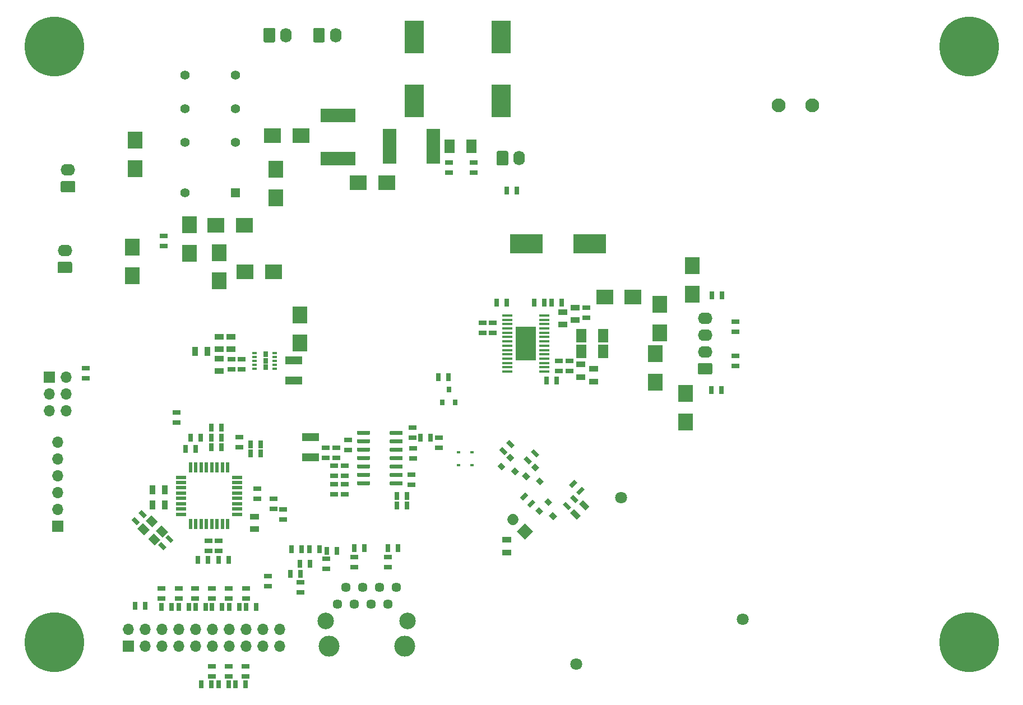
<source format=gts>
G04 #@! TF.GenerationSoftware,KiCad,Pcbnew,5.1.5-52549c5~86~ubuntu18.04.1*
G04 #@! TF.CreationDate,2020-04-26T03:07:55+02:00*
G04 #@! TF.ProjectId,opensyringepump_indus,6f70656e-7379-4726-996e-676570756d70,1.5*
G04 #@! TF.SameCoordinates,Original*
G04 #@! TF.FileFunction,Soldermask,Top*
G04 #@! TF.FilePolarity,Negative*
%FSLAX46Y46*%
G04 Gerber Fmt 4.6, Leading zero omitted, Abs format (unit mm)*
G04 Created by KiCad (PCBNEW 5.1.5-52549c5~86~ubuntu18.04.1) date 2020-04-26 03:07:55*
%MOMM*%
%LPD*%
G04 APERTURE LIST*
%ADD10C,2.100000*%
%ADD11R,1.143000X0.635000*%
%ADD12R,0.635000X1.143000*%
%ADD13C,0.100000*%
%ADD14R,1.397000X0.889000*%
%ADD15R,0.889000X1.397000*%
%ADD16R,2.540000X1.270000*%
%ADD17C,1.450000*%
%ADD18C,2.500000*%
%ADD19C,3.175000*%
%ADD20O,1.700000X1.700000*%
%ADD21R,1.700000X1.700000*%
%ADD22O,1.740000X2.200000*%
%ADD23O,2.200000X1.740000*%
%ADD24R,2.300000X2.500000*%
%ADD25R,2.500000X2.300000*%
%ADD26C,1.800000*%
%ADD27C,9.000000*%
%ADD28C,0.350000*%
%ADD29R,0.700000X0.966666*%
%ADD30R,0.650000X0.300000*%
%ADD31R,2.000000X5.300000*%
%ADD32R,5.300000X2.000000*%
%ADD33R,0.600000X0.450000*%
%ADD34R,1.524000X2.032000*%
%ADD35R,5.000000X3.000000*%
%ADD36R,3.000000X5.000000*%
%ADD37R,1.600200X0.299720*%
%ADD38R,3.098800X5.179060*%
%ADD39R,0.800000X0.900000*%
%ADD40C,1.700000*%
%ADD41R,0.550000X1.600000*%
%ADD42R,1.600000X0.550000*%
%ADD43C,1.400000*%
%ADD44R,1.400000X1.400000*%
G04 APERTURE END LIST*
D10*
X150540000Y-47900000D03*
X145460000Y-47900000D03*
D11*
X54500000Y-94338000D03*
X54500000Y-95862000D03*
X62800000Y-87762000D03*
X62800000Y-86238000D03*
X64299999Y-87762000D03*
X64299999Y-86238000D03*
X100700000Y-80738000D03*
X100700000Y-82262000D03*
X102200000Y-82262000D03*
X102200000Y-80738000D03*
D12*
X57362000Y-99800000D03*
X55838000Y-99800000D03*
X58162000Y-98100000D03*
X56638000Y-98100000D03*
D13*
G36*
X115044576Y-104899599D02*
G01*
X114236353Y-105707822D01*
X113787340Y-105258809D01*
X114595563Y-104450586D01*
X115044576Y-104899599D01*
G37*
G36*
X116122206Y-105977229D02*
G01*
X115313983Y-106785452D01*
X114864970Y-106336439D01*
X115673193Y-105528216D01*
X116122206Y-105977229D01*
G37*
G36*
X113281580Y-107810197D02*
G01*
X114089803Y-108618420D01*
X113640790Y-109067433D01*
X112832567Y-108259210D01*
X113281580Y-107810197D01*
G37*
G36*
X114359210Y-106732567D02*
G01*
X115167433Y-107540790D01*
X114718420Y-107989803D01*
X113910197Y-107181580D01*
X114359210Y-106732567D01*
G37*
G36*
X107440349Y-108245628D02*
G01*
X108248572Y-107437405D01*
X108697585Y-107886418D01*
X107889362Y-108694641D01*
X107440349Y-108245628D01*
G37*
G36*
X106362719Y-107167998D02*
G01*
X107170942Y-106359775D01*
X107619955Y-106808788D01*
X106811732Y-107617011D01*
X106362719Y-107167998D01*
G37*
G36*
X108818420Y-101089803D02*
G01*
X108010197Y-100281580D01*
X108459210Y-99832567D01*
X109267433Y-100640790D01*
X108818420Y-101089803D01*
G37*
G36*
X107740790Y-102167433D02*
G01*
X106932567Y-101359210D01*
X107381580Y-100910197D01*
X108189803Y-101718420D01*
X107740790Y-102167433D01*
G37*
G36*
X105118420Y-99689803D02*
G01*
X104310197Y-98881580D01*
X104759210Y-98432567D01*
X105567433Y-99240790D01*
X105118420Y-99689803D01*
G37*
G36*
X104040790Y-100767433D02*
G01*
X103232567Y-99959210D01*
X103681580Y-99510197D01*
X104489803Y-100318420D01*
X104040790Y-100767433D01*
G37*
D12*
X74538000Y-115000000D03*
X76062000Y-115000000D03*
X74662000Y-117200000D03*
X73138000Y-117200000D03*
D11*
X69100000Y-107338000D03*
X69100000Y-108862000D03*
X90100000Y-96638000D03*
X90100000Y-98162000D03*
X90000000Y-105262000D03*
X90000000Y-103738000D03*
D12*
X87738000Y-108400000D03*
X89262000Y-108400000D03*
X89262000Y-106900000D03*
X87738000Y-106900000D03*
D11*
X90200000Y-99738000D03*
X90200000Y-101262000D03*
X77000000Y-99638000D03*
X77000000Y-101162000D03*
X78600000Y-101162000D03*
X78600000Y-99638000D03*
X78300000Y-105138000D03*
X78300000Y-106662000D03*
X79900000Y-106662000D03*
X79900000Y-105138000D03*
X78300000Y-103862000D03*
X78300000Y-102338000D03*
X79900000Y-102338000D03*
X79900000Y-103862000D03*
D12*
X65638000Y-100500000D03*
X67162000Y-100500000D03*
X65638000Y-99100000D03*
X67162000Y-99100000D03*
D11*
X64000000Y-98038000D03*
X64000000Y-99562000D03*
X113800000Y-88062000D03*
X113800000Y-86538000D03*
D12*
X111138000Y-77700000D03*
X112662000Y-77700000D03*
X108538000Y-77700000D03*
X110062000Y-77700000D03*
X95562000Y-89000000D03*
X94038000Y-89000000D03*
X59738000Y-98100000D03*
X61262000Y-98100000D03*
X61262000Y-96600000D03*
X59738000Y-96600000D03*
X49762000Y-123500000D03*
X48238000Y-123500000D03*
D11*
X40800000Y-87638000D03*
X40800000Y-89162000D03*
D12*
X73362000Y-115000000D03*
X71838000Y-115000000D03*
D11*
X68300000Y-119038000D03*
X68300000Y-120562000D03*
D13*
G36*
X116253124Y-109134704D02*
G01*
X115265296Y-108146876D01*
X115893914Y-107518258D01*
X116881742Y-108506086D01*
X116253124Y-109134704D01*
G37*
G36*
X114906086Y-110481742D02*
G01*
X113918258Y-109493914D01*
X114546876Y-108865296D01*
X115534704Y-109853124D01*
X114906086Y-110481742D01*
G37*
D14*
X104400000Y-115452500D03*
X104400000Y-113547500D03*
X66300000Y-111952500D03*
X66300000Y-110047500D03*
D11*
X52500000Y-67638000D03*
X52500000Y-69162000D03*
D15*
X57247500Y-85100000D03*
X59152500Y-85100000D03*
D14*
X60900000Y-88052500D03*
X60900000Y-86147500D03*
X60899999Y-82847501D03*
X60899999Y-84752501D03*
X62700001Y-82847501D03*
X62700001Y-84752501D03*
D16*
X72200001Y-89524001D03*
X72200001Y-86476001D03*
D15*
X50847500Y-106000000D03*
X52752500Y-106000000D03*
X50847500Y-108300000D03*
X52752500Y-108300000D03*
D14*
X112800000Y-79147500D03*
X112800000Y-81052500D03*
X115500000Y-88952500D03*
X115500000Y-87047500D03*
X114700000Y-78447500D03*
X114700000Y-80352500D03*
X117500000Y-89652500D03*
X117500000Y-87747500D03*
D11*
X116400000Y-78438000D03*
X116400000Y-79962000D03*
X99400000Y-58062000D03*
X99400000Y-56538000D03*
X95600000Y-58062000D03*
X95600000Y-56538000D03*
D12*
X58862000Y-123700000D03*
X57338000Y-123700000D03*
X61362000Y-123700000D03*
X59838000Y-123700000D03*
X56362000Y-123700000D03*
X54838000Y-123700000D03*
X63962000Y-123700000D03*
X62438000Y-123700000D03*
X53762000Y-123700000D03*
X52238000Y-123700000D03*
X66500000Y-123700000D03*
X64976000Y-123700000D03*
D13*
G36*
X48130970Y-110101009D02*
G01*
X48939193Y-110909232D01*
X48490180Y-111358245D01*
X47681957Y-110550022D01*
X48130970Y-110101009D01*
G37*
G36*
X49208600Y-109023379D02*
G01*
X50016823Y-109831602D01*
X49567810Y-110280615D01*
X48759587Y-109472392D01*
X49208600Y-109023379D01*
G37*
G36*
X53598319Y-114028281D02*
G01*
X52790096Y-113220058D01*
X53239109Y-112771045D01*
X54047332Y-113579268D01*
X53598319Y-114028281D01*
G37*
G36*
X52520689Y-115105911D02*
G01*
X51712466Y-114297688D01*
X52161479Y-113848675D01*
X52969702Y-114656898D01*
X52520689Y-115105911D01*
G37*
D12*
X87924000Y-114800000D03*
X86400000Y-114800000D03*
X82862000Y-114800000D03*
X81338000Y-114800000D03*
X58238000Y-135400000D03*
X59762000Y-135400000D03*
X60838000Y-135400000D03*
X62362000Y-135400000D03*
D11*
X70600000Y-110462000D03*
X70600000Y-108938000D03*
D12*
X63338000Y-135400000D03*
X64862000Y-135400000D03*
X57738000Y-116600000D03*
X59262000Y-116600000D03*
X62362000Y-116600000D03*
X60838000Y-116600000D03*
X78662000Y-115200000D03*
X77138000Y-115200000D03*
D11*
X138900000Y-82162000D03*
X138900000Y-80638000D03*
X138900000Y-85738000D03*
X138900000Y-87262000D03*
D12*
X135338000Y-76600000D03*
X136862000Y-76600000D03*
X135238000Y-90900000D03*
X136762000Y-90900000D03*
X71638000Y-118700000D03*
X73162000Y-118700000D03*
D11*
X66700000Y-105788000D03*
X66700000Y-107312000D03*
X80400000Y-98438000D03*
X80400000Y-99962000D03*
D16*
X74700000Y-98076000D03*
X74700000Y-101124000D03*
D12*
X111862000Y-89500000D03*
X110338000Y-89500000D03*
D11*
X112200000Y-88062000D03*
X112200000Y-86538000D03*
D12*
X102838000Y-77700000D03*
X104362000Y-77700000D03*
D11*
X94100000Y-99662000D03*
X94100000Y-98138000D03*
D12*
X61262000Y-99600000D03*
X59738000Y-99600000D03*
D17*
X78755000Y-123250000D03*
X80025000Y-120710000D03*
X81295000Y-123250000D03*
X82565000Y-120700000D03*
X83835000Y-123250000D03*
X85105000Y-120710000D03*
X86375000Y-123250000D03*
X87645000Y-120710000D03*
D18*
X89375000Y-125800000D03*
X77025000Y-125800000D03*
D19*
X88915000Y-129600000D03*
X77485000Y-129600000D03*
D20*
X70060000Y-127060000D03*
X70060000Y-129600000D03*
X67520000Y-127060000D03*
X67520000Y-129600000D03*
X64980000Y-127060000D03*
X64980000Y-129600000D03*
X62440000Y-127060000D03*
X62440000Y-129600000D03*
X59900000Y-127060000D03*
X59900000Y-129600000D03*
X57360000Y-127060000D03*
X57360000Y-129600000D03*
X54820000Y-127060000D03*
X54820000Y-129600000D03*
X52280000Y-127060000D03*
X52280000Y-129600000D03*
X49740000Y-127060000D03*
X49740000Y-129600000D03*
X47200000Y-127060000D03*
D21*
X47200000Y-129600000D03*
D22*
X106240000Y-55900000D03*
D13*
G36*
X104344505Y-54801204D02*
G01*
X104368773Y-54804804D01*
X104392572Y-54810765D01*
X104415671Y-54819030D01*
X104437850Y-54829520D01*
X104458893Y-54842132D01*
X104478599Y-54856747D01*
X104496777Y-54873223D01*
X104513253Y-54891401D01*
X104527868Y-54911107D01*
X104540480Y-54932150D01*
X104550970Y-54954329D01*
X104559235Y-54977428D01*
X104565196Y-55001227D01*
X104568796Y-55025495D01*
X104570000Y-55049999D01*
X104570000Y-56750001D01*
X104568796Y-56774505D01*
X104565196Y-56798773D01*
X104559235Y-56822572D01*
X104550970Y-56845671D01*
X104540480Y-56867850D01*
X104527868Y-56888893D01*
X104513253Y-56908599D01*
X104496777Y-56926777D01*
X104478599Y-56943253D01*
X104458893Y-56957868D01*
X104437850Y-56970480D01*
X104415671Y-56980970D01*
X104392572Y-56989235D01*
X104368773Y-56995196D01*
X104344505Y-56998796D01*
X104320001Y-57000000D01*
X103079999Y-57000000D01*
X103055495Y-56998796D01*
X103031227Y-56995196D01*
X103007428Y-56989235D01*
X102984329Y-56980970D01*
X102962150Y-56970480D01*
X102941107Y-56957868D01*
X102921401Y-56943253D01*
X102903223Y-56926777D01*
X102886747Y-56908599D01*
X102872132Y-56888893D01*
X102859520Y-56867850D01*
X102849030Y-56845671D01*
X102840765Y-56822572D01*
X102834804Y-56798773D01*
X102831204Y-56774505D01*
X102830000Y-56750001D01*
X102830000Y-55049999D01*
X102831204Y-55025495D01*
X102834804Y-55001227D01*
X102840765Y-54977428D01*
X102849030Y-54954329D01*
X102859520Y-54932150D01*
X102872132Y-54911107D01*
X102886747Y-54891401D01*
X102903223Y-54873223D01*
X102921401Y-54856747D01*
X102941107Y-54842132D01*
X102962150Y-54829520D01*
X102984329Y-54819030D01*
X103007428Y-54810765D01*
X103031227Y-54804804D01*
X103055495Y-54801204D01*
X103079999Y-54800000D01*
X104320001Y-54800000D01*
X104344505Y-54801204D01*
G37*
D23*
X134300000Y-80080000D03*
X134300000Y-82620000D03*
X134300000Y-85160000D03*
D13*
G36*
X135174505Y-86831204D02*
G01*
X135198773Y-86834804D01*
X135222572Y-86840765D01*
X135245671Y-86849030D01*
X135267850Y-86859520D01*
X135288893Y-86872132D01*
X135308599Y-86886747D01*
X135326777Y-86903223D01*
X135343253Y-86921401D01*
X135357868Y-86941107D01*
X135370480Y-86962150D01*
X135380970Y-86984329D01*
X135389235Y-87007428D01*
X135395196Y-87031227D01*
X135398796Y-87055495D01*
X135400000Y-87079999D01*
X135400000Y-88320001D01*
X135398796Y-88344505D01*
X135395196Y-88368773D01*
X135389235Y-88392572D01*
X135380970Y-88415671D01*
X135370480Y-88437850D01*
X135357868Y-88458893D01*
X135343253Y-88478599D01*
X135326777Y-88496777D01*
X135308599Y-88513253D01*
X135288893Y-88527868D01*
X135267850Y-88540480D01*
X135245671Y-88550970D01*
X135222572Y-88559235D01*
X135198773Y-88565196D01*
X135174505Y-88568796D01*
X135150001Y-88570000D01*
X133449999Y-88570000D01*
X133425495Y-88568796D01*
X133401227Y-88565196D01*
X133377428Y-88559235D01*
X133354329Y-88550970D01*
X133332150Y-88540480D01*
X133311107Y-88527868D01*
X133291401Y-88513253D01*
X133273223Y-88496777D01*
X133256747Y-88478599D01*
X133242132Y-88458893D01*
X133229520Y-88437850D01*
X133219030Y-88415671D01*
X133210765Y-88392572D01*
X133204804Y-88368773D01*
X133201204Y-88344505D01*
X133200000Y-88320001D01*
X133200000Y-87079999D01*
X133201204Y-87055495D01*
X133204804Y-87031227D01*
X133210765Y-87007428D01*
X133219030Y-86984329D01*
X133229520Y-86962150D01*
X133242132Y-86941107D01*
X133256747Y-86921401D01*
X133273223Y-86903223D01*
X133291401Y-86886747D01*
X133311107Y-86872132D01*
X133332150Y-86859520D01*
X133354329Y-86849030D01*
X133377428Y-86840765D01*
X133401227Y-86834804D01*
X133425495Y-86831204D01*
X133449999Y-86830000D01*
X135150001Y-86830000D01*
X135174505Y-86831204D01*
G37*
D22*
X71040000Y-37300000D03*
D13*
G36*
X69144505Y-36201204D02*
G01*
X69168773Y-36204804D01*
X69192572Y-36210765D01*
X69215671Y-36219030D01*
X69237850Y-36229520D01*
X69258893Y-36242132D01*
X69278599Y-36256747D01*
X69296777Y-36273223D01*
X69313253Y-36291401D01*
X69327868Y-36311107D01*
X69340480Y-36332150D01*
X69350970Y-36354329D01*
X69359235Y-36377428D01*
X69365196Y-36401227D01*
X69368796Y-36425495D01*
X69370000Y-36449999D01*
X69370000Y-38150001D01*
X69368796Y-38174505D01*
X69365196Y-38198773D01*
X69359235Y-38222572D01*
X69350970Y-38245671D01*
X69340480Y-38267850D01*
X69327868Y-38288893D01*
X69313253Y-38308599D01*
X69296777Y-38326777D01*
X69278599Y-38343253D01*
X69258893Y-38357868D01*
X69237850Y-38370480D01*
X69215671Y-38380970D01*
X69192572Y-38389235D01*
X69168773Y-38395196D01*
X69144505Y-38398796D01*
X69120001Y-38400000D01*
X67879999Y-38400000D01*
X67855495Y-38398796D01*
X67831227Y-38395196D01*
X67807428Y-38389235D01*
X67784329Y-38380970D01*
X67762150Y-38370480D01*
X67741107Y-38357868D01*
X67721401Y-38343253D01*
X67703223Y-38326777D01*
X67686747Y-38308599D01*
X67672132Y-38288893D01*
X67659520Y-38267850D01*
X67649030Y-38245671D01*
X67640765Y-38222572D01*
X67634804Y-38198773D01*
X67631204Y-38174505D01*
X67630000Y-38150001D01*
X67630000Y-36449999D01*
X67631204Y-36425495D01*
X67634804Y-36401227D01*
X67640765Y-36377428D01*
X67649030Y-36354329D01*
X67659520Y-36332150D01*
X67672132Y-36311107D01*
X67686747Y-36291401D01*
X67703223Y-36273223D01*
X67721401Y-36256747D01*
X67741107Y-36242132D01*
X67762150Y-36229520D01*
X67784329Y-36219030D01*
X67807428Y-36210765D01*
X67831227Y-36204804D01*
X67855495Y-36201204D01*
X67879999Y-36200000D01*
X69120001Y-36200000D01*
X69144505Y-36201204D01*
G37*
D22*
X78540000Y-37300000D03*
D13*
G36*
X76644505Y-36201204D02*
G01*
X76668773Y-36204804D01*
X76692572Y-36210765D01*
X76715671Y-36219030D01*
X76737850Y-36229520D01*
X76758893Y-36242132D01*
X76778599Y-36256747D01*
X76796777Y-36273223D01*
X76813253Y-36291401D01*
X76827868Y-36311107D01*
X76840480Y-36332150D01*
X76850970Y-36354329D01*
X76859235Y-36377428D01*
X76865196Y-36401227D01*
X76868796Y-36425495D01*
X76870000Y-36449999D01*
X76870000Y-38150001D01*
X76868796Y-38174505D01*
X76865196Y-38198773D01*
X76859235Y-38222572D01*
X76850970Y-38245671D01*
X76840480Y-38267850D01*
X76827868Y-38288893D01*
X76813253Y-38308599D01*
X76796777Y-38326777D01*
X76778599Y-38343253D01*
X76758893Y-38357868D01*
X76737850Y-38370480D01*
X76715671Y-38380970D01*
X76692572Y-38389235D01*
X76668773Y-38395196D01*
X76644505Y-38398796D01*
X76620001Y-38400000D01*
X75379999Y-38400000D01*
X75355495Y-38398796D01*
X75331227Y-38395196D01*
X75307428Y-38389235D01*
X75284329Y-38380970D01*
X75262150Y-38370480D01*
X75241107Y-38357868D01*
X75221401Y-38343253D01*
X75203223Y-38326777D01*
X75186747Y-38308599D01*
X75172132Y-38288893D01*
X75159520Y-38267850D01*
X75149030Y-38245671D01*
X75140765Y-38222572D01*
X75134804Y-38198773D01*
X75131204Y-38174505D01*
X75130000Y-38150001D01*
X75130000Y-36449999D01*
X75131204Y-36425495D01*
X75134804Y-36401227D01*
X75140765Y-36377428D01*
X75149030Y-36354329D01*
X75159520Y-36332150D01*
X75172132Y-36311107D01*
X75186747Y-36291401D01*
X75203223Y-36273223D01*
X75221401Y-36256747D01*
X75241107Y-36242132D01*
X75262150Y-36229520D01*
X75284329Y-36219030D01*
X75307428Y-36210765D01*
X75331227Y-36204804D01*
X75355495Y-36201204D01*
X75379999Y-36200000D01*
X76620001Y-36200000D01*
X76644505Y-36201204D01*
G37*
D23*
X37600000Y-69860000D03*
D13*
G36*
X38474505Y-71531204D02*
G01*
X38498773Y-71534804D01*
X38522572Y-71540765D01*
X38545671Y-71549030D01*
X38567850Y-71559520D01*
X38588893Y-71572132D01*
X38608599Y-71586747D01*
X38626777Y-71603223D01*
X38643253Y-71621401D01*
X38657868Y-71641107D01*
X38670480Y-71662150D01*
X38680970Y-71684329D01*
X38689235Y-71707428D01*
X38695196Y-71731227D01*
X38698796Y-71755495D01*
X38700000Y-71779999D01*
X38700000Y-73020001D01*
X38698796Y-73044505D01*
X38695196Y-73068773D01*
X38689235Y-73092572D01*
X38680970Y-73115671D01*
X38670480Y-73137850D01*
X38657868Y-73158893D01*
X38643253Y-73178599D01*
X38626777Y-73196777D01*
X38608599Y-73213253D01*
X38588893Y-73227868D01*
X38567850Y-73240480D01*
X38545671Y-73250970D01*
X38522572Y-73259235D01*
X38498773Y-73265196D01*
X38474505Y-73268796D01*
X38450001Y-73270000D01*
X36749999Y-73270000D01*
X36725495Y-73268796D01*
X36701227Y-73265196D01*
X36677428Y-73259235D01*
X36654329Y-73250970D01*
X36632150Y-73240480D01*
X36611107Y-73227868D01*
X36591401Y-73213253D01*
X36573223Y-73196777D01*
X36556747Y-73178599D01*
X36542132Y-73158893D01*
X36529520Y-73137850D01*
X36519030Y-73115671D01*
X36510765Y-73092572D01*
X36504804Y-73068773D01*
X36501204Y-73044505D01*
X36500000Y-73020001D01*
X36500000Y-71779999D01*
X36501204Y-71755495D01*
X36504804Y-71731227D01*
X36510765Y-71707428D01*
X36519030Y-71684329D01*
X36529520Y-71662150D01*
X36542132Y-71641107D01*
X36556747Y-71621401D01*
X36573223Y-71603223D01*
X36591401Y-71586747D01*
X36611107Y-71572132D01*
X36632150Y-71559520D01*
X36654329Y-71549030D01*
X36677428Y-71540765D01*
X36701227Y-71534804D01*
X36725495Y-71531204D01*
X36749999Y-71530000D01*
X38450001Y-71530000D01*
X38474505Y-71531204D01*
G37*
D23*
X38100000Y-57660000D03*
D13*
G36*
X38974505Y-59331204D02*
G01*
X38998773Y-59334804D01*
X39022572Y-59340765D01*
X39045671Y-59349030D01*
X39067850Y-59359520D01*
X39088893Y-59372132D01*
X39108599Y-59386747D01*
X39126777Y-59403223D01*
X39143253Y-59421401D01*
X39157868Y-59441107D01*
X39170480Y-59462150D01*
X39180970Y-59484329D01*
X39189235Y-59507428D01*
X39195196Y-59531227D01*
X39198796Y-59555495D01*
X39200000Y-59579999D01*
X39200000Y-60820001D01*
X39198796Y-60844505D01*
X39195196Y-60868773D01*
X39189235Y-60892572D01*
X39180970Y-60915671D01*
X39170480Y-60937850D01*
X39157868Y-60958893D01*
X39143253Y-60978599D01*
X39126777Y-60996777D01*
X39108599Y-61013253D01*
X39088893Y-61027868D01*
X39067850Y-61040480D01*
X39045671Y-61050970D01*
X39022572Y-61059235D01*
X38998773Y-61065196D01*
X38974505Y-61068796D01*
X38950001Y-61070000D01*
X37249999Y-61070000D01*
X37225495Y-61068796D01*
X37201227Y-61065196D01*
X37177428Y-61059235D01*
X37154329Y-61050970D01*
X37132150Y-61040480D01*
X37111107Y-61027868D01*
X37091401Y-61013253D01*
X37073223Y-60996777D01*
X37056747Y-60978599D01*
X37042132Y-60958893D01*
X37029520Y-60937850D01*
X37019030Y-60915671D01*
X37010765Y-60892572D01*
X37004804Y-60868773D01*
X37001204Y-60844505D01*
X37000000Y-60820001D01*
X37000000Y-59579999D01*
X37001204Y-59555495D01*
X37004804Y-59531227D01*
X37010765Y-59507428D01*
X37019030Y-59484329D01*
X37029520Y-59462150D01*
X37042132Y-59441107D01*
X37056747Y-59421401D01*
X37073223Y-59403223D01*
X37091401Y-59386747D01*
X37111107Y-59372132D01*
X37132150Y-59359520D01*
X37154329Y-59349030D01*
X37177428Y-59340765D01*
X37201227Y-59334804D01*
X37225495Y-59331204D01*
X37249999Y-59330000D01*
X38950001Y-59330000D01*
X38974505Y-59331204D01*
G37*
D24*
X126800000Y-89750000D03*
X126800000Y-85450000D03*
X131400000Y-95750000D03*
X131400000Y-91450000D03*
X132400000Y-72150000D03*
X132400000Y-76450000D03*
X127500000Y-77950000D03*
X127500000Y-82250000D03*
D25*
X123450000Y-76900000D03*
X119150000Y-76900000D03*
D24*
X47800000Y-73650000D03*
X47800000Y-69350000D03*
X48200000Y-53150000D03*
X48200000Y-57450000D03*
X56400000Y-65950000D03*
X56400000Y-70250000D03*
D26*
X139988618Y-125582016D03*
X121617984Y-107211382D03*
X114893398Y-132306602D03*
D27*
X174200000Y-129000000D03*
X36000000Y-39000000D03*
X36000000Y-129000000D03*
X174200000Y-39000000D03*
D12*
X104338000Y-60800000D03*
X105862000Y-60800000D03*
D20*
X36500000Y-98800000D03*
X36500000Y-101340000D03*
X36500000Y-103880000D03*
X36500000Y-106420000D03*
X36500000Y-108960000D03*
D21*
X36500000Y-111500000D03*
D20*
X37840000Y-94080000D03*
X35300000Y-94080000D03*
X37840000Y-91540000D03*
X35300000Y-91540000D03*
X37840000Y-89000000D03*
D21*
X35300000Y-89000000D03*
D28*
X67975000Y-85533334D03*
X67975000Y-86500000D03*
X67975000Y-87466666D03*
D29*
X67975000Y-85533334D03*
X67975000Y-86500000D03*
X67975000Y-87466666D03*
D30*
X66275000Y-87700000D03*
X66275000Y-87100000D03*
X66275000Y-86500000D03*
X66275000Y-85900000D03*
X66275000Y-85300000D03*
X69325000Y-85300000D03*
X69325000Y-85900000D03*
X69325000Y-86500000D03*
X69325000Y-87100000D03*
X69325000Y-87700000D03*
D12*
X91338000Y-98100000D03*
X92862000Y-98100000D03*
D31*
X86700000Y-54100000D03*
X93300000Y-54100000D03*
D32*
X78900000Y-56000000D03*
X78900000Y-49400000D03*
D24*
X73100000Y-79550000D03*
X73100000Y-83850000D03*
D33*
X99150000Y-100300000D03*
X97050000Y-100300000D03*
X99150000Y-102300000D03*
X97050000Y-102300000D03*
D34*
X99051000Y-54100000D03*
X95749000Y-54100000D03*
D35*
X116900000Y-68800000D03*
X107300000Y-68800000D03*
D36*
X103500000Y-47200000D03*
X103500000Y-37600000D03*
X90400000Y-47200000D03*
X90400000Y-37600000D03*
D11*
X52200000Y-122462000D03*
X52200000Y-120938000D03*
X54800000Y-122462000D03*
X54800000Y-120938000D03*
X57300000Y-122462000D03*
X57300000Y-120938000D03*
X59800000Y-122462000D03*
X59800000Y-120938000D03*
X62400000Y-122462000D03*
X62400000Y-120938000D03*
X65000000Y-122462000D03*
X65000000Y-120938000D03*
D13*
G36*
X51996016Y-113549569D02*
G01*
X51147488Y-114398097D01*
X50157538Y-113408147D01*
X51006066Y-112559619D01*
X51996016Y-113549569D01*
G37*
G36*
X50440381Y-111993934D02*
G01*
X49591853Y-112842462D01*
X48601903Y-111852512D01*
X49450431Y-111003984D01*
X50440381Y-111993934D01*
G37*
G36*
X51642462Y-110791853D02*
G01*
X50793934Y-111640381D01*
X49803984Y-110650431D01*
X50652512Y-109801903D01*
X51642462Y-110791853D01*
G37*
G36*
X53198097Y-112347488D02*
G01*
X52349569Y-113196016D01*
X51359619Y-112206066D01*
X52208147Y-111357538D01*
X53198097Y-112347488D01*
G37*
D11*
X86400000Y-116138000D03*
X86400000Y-117662000D03*
X81300000Y-116138000D03*
X81300000Y-117662000D03*
X59800000Y-134162000D03*
X59800000Y-132638000D03*
X62400000Y-134162000D03*
X62400000Y-132638000D03*
X64900000Y-134162000D03*
X64900000Y-132638000D03*
X59300000Y-113738000D03*
X59300000Y-115262000D03*
X60800000Y-113738000D03*
X60800000Y-115262000D03*
X73200000Y-119938000D03*
X73200000Y-121462000D03*
X77100000Y-116438000D03*
X77100000Y-117962000D03*
D37*
X109999080Y-79675980D03*
X109999080Y-80326220D03*
X109999080Y-80973920D03*
X109999080Y-81624160D03*
X109999080Y-82274400D03*
X109999080Y-82924640D03*
X109999080Y-83574880D03*
X109999080Y-84225120D03*
X109999080Y-84875360D03*
X109999080Y-85525600D03*
X109999080Y-86175840D03*
X109999080Y-86826080D03*
X109999080Y-87473780D03*
X109999080Y-88124020D03*
D38*
X107200000Y-83900000D03*
D37*
X104400920Y-88124020D03*
X104400920Y-87473780D03*
X104400920Y-86826080D03*
X104400920Y-86175840D03*
X104400920Y-85525600D03*
X104400920Y-84875360D03*
X104400920Y-84225120D03*
X104400920Y-83574880D03*
X104400920Y-82924640D03*
X104400920Y-82274400D03*
X104400920Y-81624160D03*
X104400920Y-80973920D03*
X104400920Y-80326220D03*
X104400920Y-79675980D03*
D13*
G36*
X88514703Y-97090722D02*
G01*
X88529264Y-97092882D01*
X88543543Y-97096459D01*
X88557403Y-97101418D01*
X88570710Y-97107712D01*
X88583336Y-97115280D01*
X88595159Y-97124048D01*
X88606066Y-97133934D01*
X88615952Y-97144841D01*
X88624720Y-97156664D01*
X88632288Y-97169290D01*
X88638582Y-97182597D01*
X88643541Y-97196457D01*
X88647118Y-97210736D01*
X88649278Y-97225297D01*
X88650000Y-97240000D01*
X88650000Y-97540000D01*
X88649278Y-97554703D01*
X88647118Y-97569264D01*
X88643541Y-97583543D01*
X88638582Y-97597403D01*
X88632288Y-97610710D01*
X88624720Y-97623336D01*
X88615952Y-97635159D01*
X88606066Y-97646066D01*
X88595159Y-97655952D01*
X88583336Y-97664720D01*
X88570710Y-97672288D01*
X88557403Y-97678582D01*
X88543543Y-97683541D01*
X88529264Y-97687118D01*
X88514703Y-97689278D01*
X88500000Y-97690000D01*
X86850000Y-97690000D01*
X86835297Y-97689278D01*
X86820736Y-97687118D01*
X86806457Y-97683541D01*
X86792597Y-97678582D01*
X86779290Y-97672288D01*
X86766664Y-97664720D01*
X86754841Y-97655952D01*
X86743934Y-97646066D01*
X86734048Y-97635159D01*
X86725280Y-97623336D01*
X86717712Y-97610710D01*
X86711418Y-97597403D01*
X86706459Y-97583543D01*
X86702882Y-97569264D01*
X86700722Y-97554703D01*
X86700000Y-97540000D01*
X86700000Y-97240000D01*
X86700722Y-97225297D01*
X86702882Y-97210736D01*
X86706459Y-97196457D01*
X86711418Y-97182597D01*
X86717712Y-97169290D01*
X86725280Y-97156664D01*
X86734048Y-97144841D01*
X86743934Y-97133934D01*
X86754841Y-97124048D01*
X86766664Y-97115280D01*
X86779290Y-97107712D01*
X86792597Y-97101418D01*
X86806457Y-97096459D01*
X86820736Y-97092882D01*
X86835297Y-97090722D01*
X86850000Y-97090000D01*
X88500000Y-97090000D01*
X88514703Y-97090722D01*
G37*
G36*
X88514703Y-98360722D02*
G01*
X88529264Y-98362882D01*
X88543543Y-98366459D01*
X88557403Y-98371418D01*
X88570710Y-98377712D01*
X88583336Y-98385280D01*
X88595159Y-98394048D01*
X88606066Y-98403934D01*
X88615952Y-98414841D01*
X88624720Y-98426664D01*
X88632288Y-98439290D01*
X88638582Y-98452597D01*
X88643541Y-98466457D01*
X88647118Y-98480736D01*
X88649278Y-98495297D01*
X88650000Y-98510000D01*
X88650000Y-98810000D01*
X88649278Y-98824703D01*
X88647118Y-98839264D01*
X88643541Y-98853543D01*
X88638582Y-98867403D01*
X88632288Y-98880710D01*
X88624720Y-98893336D01*
X88615952Y-98905159D01*
X88606066Y-98916066D01*
X88595159Y-98925952D01*
X88583336Y-98934720D01*
X88570710Y-98942288D01*
X88557403Y-98948582D01*
X88543543Y-98953541D01*
X88529264Y-98957118D01*
X88514703Y-98959278D01*
X88500000Y-98960000D01*
X86850000Y-98960000D01*
X86835297Y-98959278D01*
X86820736Y-98957118D01*
X86806457Y-98953541D01*
X86792597Y-98948582D01*
X86779290Y-98942288D01*
X86766664Y-98934720D01*
X86754841Y-98925952D01*
X86743934Y-98916066D01*
X86734048Y-98905159D01*
X86725280Y-98893336D01*
X86717712Y-98880710D01*
X86711418Y-98867403D01*
X86706459Y-98853543D01*
X86702882Y-98839264D01*
X86700722Y-98824703D01*
X86700000Y-98810000D01*
X86700000Y-98510000D01*
X86700722Y-98495297D01*
X86702882Y-98480736D01*
X86706459Y-98466457D01*
X86711418Y-98452597D01*
X86717712Y-98439290D01*
X86725280Y-98426664D01*
X86734048Y-98414841D01*
X86743934Y-98403934D01*
X86754841Y-98394048D01*
X86766664Y-98385280D01*
X86779290Y-98377712D01*
X86792597Y-98371418D01*
X86806457Y-98366459D01*
X86820736Y-98362882D01*
X86835297Y-98360722D01*
X86850000Y-98360000D01*
X88500000Y-98360000D01*
X88514703Y-98360722D01*
G37*
G36*
X88514703Y-99630722D02*
G01*
X88529264Y-99632882D01*
X88543543Y-99636459D01*
X88557403Y-99641418D01*
X88570710Y-99647712D01*
X88583336Y-99655280D01*
X88595159Y-99664048D01*
X88606066Y-99673934D01*
X88615952Y-99684841D01*
X88624720Y-99696664D01*
X88632288Y-99709290D01*
X88638582Y-99722597D01*
X88643541Y-99736457D01*
X88647118Y-99750736D01*
X88649278Y-99765297D01*
X88650000Y-99780000D01*
X88650000Y-100080000D01*
X88649278Y-100094703D01*
X88647118Y-100109264D01*
X88643541Y-100123543D01*
X88638582Y-100137403D01*
X88632288Y-100150710D01*
X88624720Y-100163336D01*
X88615952Y-100175159D01*
X88606066Y-100186066D01*
X88595159Y-100195952D01*
X88583336Y-100204720D01*
X88570710Y-100212288D01*
X88557403Y-100218582D01*
X88543543Y-100223541D01*
X88529264Y-100227118D01*
X88514703Y-100229278D01*
X88500000Y-100230000D01*
X86850000Y-100230000D01*
X86835297Y-100229278D01*
X86820736Y-100227118D01*
X86806457Y-100223541D01*
X86792597Y-100218582D01*
X86779290Y-100212288D01*
X86766664Y-100204720D01*
X86754841Y-100195952D01*
X86743934Y-100186066D01*
X86734048Y-100175159D01*
X86725280Y-100163336D01*
X86717712Y-100150710D01*
X86711418Y-100137403D01*
X86706459Y-100123543D01*
X86702882Y-100109264D01*
X86700722Y-100094703D01*
X86700000Y-100080000D01*
X86700000Y-99780000D01*
X86700722Y-99765297D01*
X86702882Y-99750736D01*
X86706459Y-99736457D01*
X86711418Y-99722597D01*
X86717712Y-99709290D01*
X86725280Y-99696664D01*
X86734048Y-99684841D01*
X86743934Y-99673934D01*
X86754841Y-99664048D01*
X86766664Y-99655280D01*
X86779290Y-99647712D01*
X86792597Y-99641418D01*
X86806457Y-99636459D01*
X86820736Y-99632882D01*
X86835297Y-99630722D01*
X86850000Y-99630000D01*
X88500000Y-99630000D01*
X88514703Y-99630722D01*
G37*
G36*
X88514703Y-100900722D02*
G01*
X88529264Y-100902882D01*
X88543543Y-100906459D01*
X88557403Y-100911418D01*
X88570710Y-100917712D01*
X88583336Y-100925280D01*
X88595159Y-100934048D01*
X88606066Y-100943934D01*
X88615952Y-100954841D01*
X88624720Y-100966664D01*
X88632288Y-100979290D01*
X88638582Y-100992597D01*
X88643541Y-101006457D01*
X88647118Y-101020736D01*
X88649278Y-101035297D01*
X88650000Y-101050000D01*
X88650000Y-101350000D01*
X88649278Y-101364703D01*
X88647118Y-101379264D01*
X88643541Y-101393543D01*
X88638582Y-101407403D01*
X88632288Y-101420710D01*
X88624720Y-101433336D01*
X88615952Y-101445159D01*
X88606066Y-101456066D01*
X88595159Y-101465952D01*
X88583336Y-101474720D01*
X88570710Y-101482288D01*
X88557403Y-101488582D01*
X88543543Y-101493541D01*
X88529264Y-101497118D01*
X88514703Y-101499278D01*
X88500000Y-101500000D01*
X86850000Y-101500000D01*
X86835297Y-101499278D01*
X86820736Y-101497118D01*
X86806457Y-101493541D01*
X86792597Y-101488582D01*
X86779290Y-101482288D01*
X86766664Y-101474720D01*
X86754841Y-101465952D01*
X86743934Y-101456066D01*
X86734048Y-101445159D01*
X86725280Y-101433336D01*
X86717712Y-101420710D01*
X86711418Y-101407403D01*
X86706459Y-101393543D01*
X86702882Y-101379264D01*
X86700722Y-101364703D01*
X86700000Y-101350000D01*
X86700000Y-101050000D01*
X86700722Y-101035297D01*
X86702882Y-101020736D01*
X86706459Y-101006457D01*
X86711418Y-100992597D01*
X86717712Y-100979290D01*
X86725280Y-100966664D01*
X86734048Y-100954841D01*
X86743934Y-100943934D01*
X86754841Y-100934048D01*
X86766664Y-100925280D01*
X86779290Y-100917712D01*
X86792597Y-100911418D01*
X86806457Y-100906459D01*
X86820736Y-100902882D01*
X86835297Y-100900722D01*
X86850000Y-100900000D01*
X88500000Y-100900000D01*
X88514703Y-100900722D01*
G37*
G36*
X88514703Y-102170722D02*
G01*
X88529264Y-102172882D01*
X88543543Y-102176459D01*
X88557403Y-102181418D01*
X88570710Y-102187712D01*
X88583336Y-102195280D01*
X88595159Y-102204048D01*
X88606066Y-102213934D01*
X88615952Y-102224841D01*
X88624720Y-102236664D01*
X88632288Y-102249290D01*
X88638582Y-102262597D01*
X88643541Y-102276457D01*
X88647118Y-102290736D01*
X88649278Y-102305297D01*
X88650000Y-102320000D01*
X88650000Y-102620000D01*
X88649278Y-102634703D01*
X88647118Y-102649264D01*
X88643541Y-102663543D01*
X88638582Y-102677403D01*
X88632288Y-102690710D01*
X88624720Y-102703336D01*
X88615952Y-102715159D01*
X88606066Y-102726066D01*
X88595159Y-102735952D01*
X88583336Y-102744720D01*
X88570710Y-102752288D01*
X88557403Y-102758582D01*
X88543543Y-102763541D01*
X88529264Y-102767118D01*
X88514703Y-102769278D01*
X88500000Y-102770000D01*
X86850000Y-102770000D01*
X86835297Y-102769278D01*
X86820736Y-102767118D01*
X86806457Y-102763541D01*
X86792597Y-102758582D01*
X86779290Y-102752288D01*
X86766664Y-102744720D01*
X86754841Y-102735952D01*
X86743934Y-102726066D01*
X86734048Y-102715159D01*
X86725280Y-102703336D01*
X86717712Y-102690710D01*
X86711418Y-102677403D01*
X86706459Y-102663543D01*
X86702882Y-102649264D01*
X86700722Y-102634703D01*
X86700000Y-102620000D01*
X86700000Y-102320000D01*
X86700722Y-102305297D01*
X86702882Y-102290736D01*
X86706459Y-102276457D01*
X86711418Y-102262597D01*
X86717712Y-102249290D01*
X86725280Y-102236664D01*
X86734048Y-102224841D01*
X86743934Y-102213934D01*
X86754841Y-102204048D01*
X86766664Y-102195280D01*
X86779290Y-102187712D01*
X86792597Y-102181418D01*
X86806457Y-102176459D01*
X86820736Y-102172882D01*
X86835297Y-102170722D01*
X86850000Y-102170000D01*
X88500000Y-102170000D01*
X88514703Y-102170722D01*
G37*
G36*
X88514703Y-103440722D02*
G01*
X88529264Y-103442882D01*
X88543543Y-103446459D01*
X88557403Y-103451418D01*
X88570710Y-103457712D01*
X88583336Y-103465280D01*
X88595159Y-103474048D01*
X88606066Y-103483934D01*
X88615952Y-103494841D01*
X88624720Y-103506664D01*
X88632288Y-103519290D01*
X88638582Y-103532597D01*
X88643541Y-103546457D01*
X88647118Y-103560736D01*
X88649278Y-103575297D01*
X88650000Y-103590000D01*
X88650000Y-103890000D01*
X88649278Y-103904703D01*
X88647118Y-103919264D01*
X88643541Y-103933543D01*
X88638582Y-103947403D01*
X88632288Y-103960710D01*
X88624720Y-103973336D01*
X88615952Y-103985159D01*
X88606066Y-103996066D01*
X88595159Y-104005952D01*
X88583336Y-104014720D01*
X88570710Y-104022288D01*
X88557403Y-104028582D01*
X88543543Y-104033541D01*
X88529264Y-104037118D01*
X88514703Y-104039278D01*
X88500000Y-104040000D01*
X86850000Y-104040000D01*
X86835297Y-104039278D01*
X86820736Y-104037118D01*
X86806457Y-104033541D01*
X86792597Y-104028582D01*
X86779290Y-104022288D01*
X86766664Y-104014720D01*
X86754841Y-104005952D01*
X86743934Y-103996066D01*
X86734048Y-103985159D01*
X86725280Y-103973336D01*
X86717712Y-103960710D01*
X86711418Y-103947403D01*
X86706459Y-103933543D01*
X86702882Y-103919264D01*
X86700722Y-103904703D01*
X86700000Y-103890000D01*
X86700000Y-103590000D01*
X86700722Y-103575297D01*
X86702882Y-103560736D01*
X86706459Y-103546457D01*
X86711418Y-103532597D01*
X86717712Y-103519290D01*
X86725280Y-103506664D01*
X86734048Y-103494841D01*
X86743934Y-103483934D01*
X86754841Y-103474048D01*
X86766664Y-103465280D01*
X86779290Y-103457712D01*
X86792597Y-103451418D01*
X86806457Y-103446459D01*
X86820736Y-103442882D01*
X86835297Y-103440722D01*
X86850000Y-103440000D01*
X88500000Y-103440000D01*
X88514703Y-103440722D01*
G37*
G36*
X88514703Y-104710722D02*
G01*
X88529264Y-104712882D01*
X88543543Y-104716459D01*
X88557403Y-104721418D01*
X88570710Y-104727712D01*
X88583336Y-104735280D01*
X88595159Y-104744048D01*
X88606066Y-104753934D01*
X88615952Y-104764841D01*
X88624720Y-104776664D01*
X88632288Y-104789290D01*
X88638582Y-104802597D01*
X88643541Y-104816457D01*
X88647118Y-104830736D01*
X88649278Y-104845297D01*
X88650000Y-104860000D01*
X88650000Y-105160000D01*
X88649278Y-105174703D01*
X88647118Y-105189264D01*
X88643541Y-105203543D01*
X88638582Y-105217403D01*
X88632288Y-105230710D01*
X88624720Y-105243336D01*
X88615952Y-105255159D01*
X88606066Y-105266066D01*
X88595159Y-105275952D01*
X88583336Y-105284720D01*
X88570710Y-105292288D01*
X88557403Y-105298582D01*
X88543543Y-105303541D01*
X88529264Y-105307118D01*
X88514703Y-105309278D01*
X88500000Y-105310000D01*
X86850000Y-105310000D01*
X86835297Y-105309278D01*
X86820736Y-105307118D01*
X86806457Y-105303541D01*
X86792597Y-105298582D01*
X86779290Y-105292288D01*
X86766664Y-105284720D01*
X86754841Y-105275952D01*
X86743934Y-105266066D01*
X86734048Y-105255159D01*
X86725280Y-105243336D01*
X86717712Y-105230710D01*
X86711418Y-105217403D01*
X86706459Y-105203543D01*
X86702882Y-105189264D01*
X86700722Y-105174703D01*
X86700000Y-105160000D01*
X86700000Y-104860000D01*
X86700722Y-104845297D01*
X86702882Y-104830736D01*
X86706459Y-104816457D01*
X86711418Y-104802597D01*
X86717712Y-104789290D01*
X86725280Y-104776664D01*
X86734048Y-104764841D01*
X86743934Y-104753934D01*
X86754841Y-104744048D01*
X86766664Y-104735280D01*
X86779290Y-104727712D01*
X86792597Y-104721418D01*
X86806457Y-104716459D01*
X86820736Y-104712882D01*
X86835297Y-104710722D01*
X86850000Y-104710000D01*
X88500000Y-104710000D01*
X88514703Y-104710722D01*
G37*
G36*
X83564703Y-104710722D02*
G01*
X83579264Y-104712882D01*
X83593543Y-104716459D01*
X83607403Y-104721418D01*
X83620710Y-104727712D01*
X83633336Y-104735280D01*
X83645159Y-104744048D01*
X83656066Y-104753934D01*
X83665952Y-104764841D01*
X83674720Y-104776664D01*
X83682288Y-104789290D01*
X83688582Y-104802597D01*
X83693541Y-104816457D01*
X83697118Y-104830736D01*
X83699278Y-104845297D01*
X83700000Y-104860000D01*
X83700000Y-105160000D01*
X83699278Y-105174703D01*
X83697118Y-105189264D01*
X83693541Y-105203543D01*
X83688582Y-105217403D01*
X83682288Y-105230710D01*
X83674720Y-105243336D01*
X83665952Y-105255159D01*
X83656066Y-105266066D01*
X83645159Y-105275952D01*
X83633336Y-105284720D01*
X83620710Y-105292288D01*
X83607403Y-105298582D01*
X83593543Y-105303541D01*
X83579264Y-105307118D01*
X83564703Y-105309278D01*
X83550000Y-105310000D01*
X81900000Y-105310000D01*
X81885297Y-105309278D01*
X81870736Y-105307118D01*
X81856457Y-105303541D01*
X81842597Y-105298582D01*
X81829290Y-105292288D01*
X81816664Y-105284720D01*
X81804841Y-105275952D01*
X81793934Y-105266066D01*
X81784048Y-105255159D01*
X81775280Y-105243336D01*
X81767712Y-105230710D01*
X81761418Y-105217403D01*
X81756459Y-105203543D01*
X81752882Y-105189264D01*
X81750722Y-105174703D01*
X81750000Y-105160000D01*
X81750000Y-104860000D01*
X81750722Y-104845297D01*
X81752882Y-104830736D01*
X81756459Y-104816457D01*
X81761418Y-104802597D01*
X81767712Y-104789290D01*
X81775280Y-104776664D01*
X81784048Y-104764841D01*
X81793934Y-104753934D01*
X81804841Y-104744048D01*
X81816664Y-104735280D01*
X81829290Y-104727712D01*
X81842597Y-104721418D01*
X81856457Y-104716459D01*
X81870736Y-104712882D01*
X81885297Y-104710722D01*
X81900000Y-104710000D01*
X83550000Y-104710000D01*
X83564703Y-104710722D01*
G37*
G36*
X83564703Y-103440722D02*
G01*
X83579264Y-103442882D01*
X83593543Y-103446459D01*
X83607403Y-103451418D01*
X83620710Y-103457712D01*
X83633336Y-103465280D01*
X83645159Y-103474048D01*
X83656066Y-103483934D01*
X83665952Y-103494841D01*
X83674720Y-103506664D01*
X83682288Y-103519290D01*
X83688582Y-103532597D01*
X83693541Y-103546457D01*
X83697118Y-103560736D01*
X83699278Y-103575297D01*
X83700000Y-103590000D01*
X83700000Y-103890000D01*
X83699278Y-103904703D01*
X83697118Y-103919264D01*
X83693541Y-103933543D01*
X83688582Y-103947403D01*
X83682288Y-103960710D01*
X83674720Y-103973336D01*
X83665952Y-103985159D01*
X83656066Y-103996066D01*
X83645159Y-104005952D01*
X83633336Y-104014720D01*
X83620710Y-104022288D01*
X83607403Y-104028582D01*
X83593543Y-104033541D01*
X83579264Y-104037118D01*
X83564703Y-104039278D01*
X83550000Y-104040000D01*
X81900000Y-104040000D01*
X81885297Y-104039278D01*
X81870736Y-104037118D01*
X81856457Y-104033541D01*
X81842597Y-104028582D01*
X81829290Y-104022288D01*
X81816664Y-104014720D01*
X81804841Y-104005952D01*
X81793934Y-103996066D01*
X81784048Y-103985159D01*
X81775280Y-103973336D01*
X81767712Y-103960710D01*
X81761418Y-103947403D01*
X81756459Y-103933543D01*
X81752882Y-103919264D01*
X81750722Y-103904703D01*
X81750000Y-103890000D01*
X81750000Y-103590000D01*
X81750722Y-103575297D01*
X81752882Y-103560736D01*
X81756459Y-103546457D01*
X81761418Y-103532597D01*
X81767712Y-103519290D01*
X81775280Y-103506664D01*
X81784048Y-103494841D01*
X81793934Y-103483934D01*
X81804841Y-103474048D01*
X81816664Y-103465280D01*
X81829290Y-103457712D01*
X81842597Y-103451418D01*
X81856457Y-103446459D01*
X81870736Y-103442882D01*
X81885297Y-103440722D01*
X81900000Y-103440000D01*
X83550000Y-103440000D01*
X83564703Y-103440722D01*
G37*
G36*
X83564703Y-102170722D02*
G01*
X83579264Y-102172882D01*
X83593543Y-102176459D01*
X83607403Y-102181418D01*
X83620710Y-102187712D01*
X83633336Y-102195280D01*
X83645159Y-102204048D01*
X83656066Y-102213934D01*
X83665952Y-102224841D01*
X83674720Y-102236664D01*
X83682288Y-102249290D01*
X83688582Y-102262597D01*
X83693541Y-102276457D01*
X83697118Y-102290736D01*
X83699278Y-102305297D01*
X83700000Y-102320000D01*
X83700000Y-102620000D01*
X83699278Y-102634703D01*
X83697118Y-102649264D01*
X83693541Y-102663543D01*
X83688582Y-102677403D01*
X83682288Y-102690710D01*
X83674720Y-102703336D01*
X83665952Y-102715159D01*
X83656066Y-102726066D01*
X83645159Y-102735952D01*
X83633336Y-102744720D01*
X83620710Y-102752288D01*
X83607403Y-102758582D01*
X83593543Y-102763541D01*
X83579264Y-102767118D01*
X83564703Y-102769278D01*
X83550000Y-102770000D01*
X81900000Y-102770000D01*
X81885297Y-102769278D01*
X81870736Y-102767118D01*
X81856457Y-102763541D01*
X81842597Y-102758582D01*
X81829290Y-102752288D01*
X81816664Y-102744720D01*
X81804841Y-102735952D01*
X81793934Y-102726066D01*
X81784048Y-102715159D01*
X81775280Y-102703336D01*
X81767712Y-102690710D01*
X81761418Y-102677403D01*
X81756459Y-102663543D01*
X81752882Y-102649264D01*
X81750722Y-102634703D01*
X81750000Y-102620000D01*
X81750000Y-102320000D01*
X81750722Y-102305297D01*
X81752882Y-102290736D01*
X81756459Y-102276457D01*
X81761418Y-102262597D01*
X81767712Y-102249290D01*
X81775280Y-102236664D01*
X81784048Y-102224841D01*
X81793934Y-102213934D01*
X81804841Y-102204048D01*
X81816664Y-102195280D01*
X81829290Y-102187712D01*
X81842597Y-102181418D01*
X81856457Y-102176459D01*
X81870736Y-102172882D01*
X81885297Y-102170722D01*
X81900000Y-102170000D01*
X83550000Y-102170000D01*
X83564703Y-102170722D01*
G37*
G36*
X83564703Y-100900722D02*
G01*
X83579264Y-100902882D01*
X83593543Y-100906459D01*
X83607403Y-100911418D01*
X83620710Y-100917712D01*
X83633336Y-100925280D01*
X83645159Y-100934048D01*
X83656066Y-100943934D01*
X83665952Y-100954841D01*
X83674720Y-100966664D01*
X83682288Y-100979290D01*
X83688582Y-100992597D01*
X83693541Y-101006457D01*
X83697118Y-101020736D01*
X83699278Y-101035297D01*
X83700000Y-101050000D01*
X83700000Y-101350000D01*
X83699278Y-101364703D01*
X83697118Y-101379264D01*
X83693541Y-101393543D01*
X83688582Y-101407403D01*
X83682288Y-101420710D01*
X83674720Y-101433336D01*
X83665952Y-101445159D01*
X83656066Y-101456066D01*
X83645159Y-101465952D01*
X83633336Y-101474720D01*
X83620710Y-101482288D01*
X83607403Y-101488582D01*
X83593543Y-101493541D01*
X83579264Y-101497118D01*
X83564703Y-101499278D01*
X83550000Y-101500000D01*
X81900000Y-101500000D01*
X81885297Y-101499278D01*
X81870736Y-101497118D01*
X81856457Y-101493541D01*
X81842597Y-101488582D01*
X81829290Y-101482288D01*
X81816664Y-101474720D01*
X81804841Y-101465952D01*
X81793934Y-101456066D01*
X81784048Y-101445159D01*
X81775280Y-101433336D01*
X81767712Y-101420710D01*
X81761418Y-101407403D01*
X81756459Y-101393543D01*
X81752882Y-101379264D01*
X81750722Y-101364703D01*
X81750000Y-101350000D01*
X81750000Y-101050000D01*
X81750722Y-101035297D01*
X81752882Y-101020736D01*
X81756459Y-101006457D01*
X81761418Y-100992597D01*
X81767712Y-100979290D01*
X81775280Y-100966664D01*
X81784048Y-100954841D01*
X81793934Y-100943934D01*
X81804841Y-100934048D01*
X81816664Y-100925280D01*
X81829290Y-100917712D01*
X81842597Y-100911418D01*
X81856457Y-100906459D01*
X81870736Y-100902882D01*
X81885297Y-100900722D01*
X81900000Y-100900000D01*
X83550000Y-100900000D01*
X83564703Y-100900722D01*
G37*
G36*
X83564703Y-99630722D02*
G01*
X83579264Y-99632882D01*
X83593543Y-99636459D01*
X83607403Y-99641418D01*
X83620710Y-99647712D01*
X83633336Y-99655280D01*
X83645159Y-99664048D01*
X83656066Y-99673934D01*
X83665952Y-99684841D01*
X83674720Y-99696664D01*
X83682288Y-99709290D01*
X83688582Y-99722597D01*
X83693541Y-99736457D01*
X83697118Y-99750736D01*
X83699278Y-99765297D01*
X83700000Y-99780000D01*
X83700000Y-100080000D01*
X83699278Y-100094703D01*
X83697118Y-100109264D01*
X83693541Y-100123543D01*
X83688582Y-100137403D01*
X83682288Y-100150710D01*
X83674720Y-100163336D01*
X83665952Y-100175159D01*
X83656066Y-100186066D01*
X83645159Y-100195952D01*
X83633336Y-100204720D01*
X83620710Y-100212288D01*
X83607403Y-100218582D01*
X83593543Y-100223541D01*
X83579264Y-100227118D01*
X83564703Y-100229278D01*
X83550000Y-100230000D01*
X81900000Y-100230000D01*
X81885297Y-100229278D01*
X81870736Y-100227118D01*
X81856457Y-100223541D01*
X81842597Y-100218582D01*
X81829290Y-100212288D01*
X81816664Y-100204720D01*
X81804841Y-100195952D01*
X81793934Y-100186066D01*
X81784048Y-100175159D01*
X81775280Y-100163336D01*
X81767712Y-100150710D01*
X81761418Y-100137403D01*
X81756459Y-100123543D01*
X81752882Y-100109264D01*
X81750722Y-100094703D01*
X81750000Y-100080000D01*
X81750000Y-99780000D01*
X81750722Y-99765297D01*
X81752882Y-99750736D01*
X81756459Y-99736457D01*
X81761418Y-99722597D01*
X81767712Y-99709290D01*
X81775280Y-99696664D01*
X81784048Y-99684841D01*
X81793934Y-99673934D01*
X81804841Y-99664048D01*
X81816664Y-99655280D01*
X81829290Y-99647712D01*
X81842597Y-99641418D01*
X81856457Y-99636459D01*
X81870736Y-99632882D01*
X81885297Y-99630722D01*
X81900000Y-99630000D01*
X83550000Y-99630000D01*
X83564703Y-99630722D01*
G37*
G36*
X83564703Y-98360722D02*
G01*
X83579264Y-98362882D01*
X83593543Y-98366459D01*
X83607403Y-98371418D01*
X83620710Y-98377712D01*
X83633336Y-98385280D01*
X83645159Y-98394048D01*
X83656066Y-98403934D01*
X83665952Y-98414841D01*
X83674720Y-98426664D01*
X83682288Y-98439290D01*
X83688582Y-98452597D01*
X83693541Y-98466457D01*
X83697118Y-98480736D01*
X83699278Y-98495297D01*
X83700000Y-98510000D01*
X83700000Y-98810000D01*
X83699278Y-98824703D01*
X83697118Y-98839264D01*
X83693541Y-98853543D01*
X83688582Y-98867403D01*
X83682288Y-98880710D01*
X83674720Y-98893336D01*
X83665952Y-98905159D01*
X83656066Y-98916066D01*
X83645159Y-98925952D01*
X83633336Y-98934720D01*
X83620710Y-98942288D01*
X83607403Y-98948582D01*
X83593543Y-98953541D01*
X83579264Y-98957118D01*
X83564703Y-98959278D01*
X83550000Y-98960000D01*
X81900000Y-98960000D01*
X81885297Y-98959278D01*
X81870736Y-98957118D01*
X81856457Y-98953541D01*
X81842597Y-98948582D01*
X81829290Y-98942288D01*
X81816664Y-98934720D01*
X81804841Y-98925952D01*
X81793934Y-98916066D01*
X81784048Y-98905159D01*
X81775280Y-98893336D01*
X81767712Y-98880710D01*
X81761418Y-98867403D01*
X81756459Y-98853543D01*
X81752882Y-98839264D01*
X81750722Y-98824703D01*
X81750000Y-98810000D01*
X81750000Y-98510000D01*
X81750722Y-98495297D01*
X81752882Y-98480736D01*
X81756459Y-98466457D01*
X81761418Y-98452597D01*
X81767712Y-98439290D01*
X81775280Y-98426664D01*
X81784048Y-98414841D01*
X81793934Y-98403934D01*
X81804841Y-98394048D01*
X81816664Y-98385280D01*
X81829290Y-98377712D01*
X81842597Y-98371418D01*
X81856457Y-98366459D01*
X81870736Y-98362882D01*
X81885297Y-98360722D01*
X81900000Y-98360000D01*
X83550000Y-98360000D01*
X83564703Y-98360722D01*
G37*
G36*
X83564703Y-97090722D02*
G01*
X83579264Y-97092882D01*
X83593543Y-97096459D01*
X83607403Y-97101418D01*
X83620710Y-97107712D01*
X83633336Y-97115280D01*
X83645159Y-97124048D01*
X83656066Y-97133934D01*
X83665952Y-97144841D01*
X83674720Y-97156664D01*
X83682288Y-97169290D01*
X83688582Y-97182597D01*
X83693541Y-97196457D01*
X83697118Y-97210736D01*
X83699278Y-97225297D01*
X83700000Y-97240000D01*
X83700000Y-97540000D01*
X83699278Y-97554703D01*
X83697118Y-97569264D01*
X83693541Y-97583543D01*
X83688582Y-97597403D01*
X83682288Y-97610710D01*
X83674720Y-97623336D01*
X83665952Y-97635159D01*
X83656066Y-97646066D01*
X83645159Y-97655952D01*
X83633336Y-97664720D01*
X83620710Y-97672288D01*
X83607403Y-97678582D01*
X83593543Y-97683541D01*
X83579264Y-97687118D01*
X83564703Y-97689278D01*
X83550000Y-97690000D01*
X81900000Y-97690000D01*
X81885297Y-97689278D01*
X81870736Y-97687118D01*
X81856457Y-97683541D01*
X81842597Y-97678582D01*
X81829290Y-97672288D01*
X81816664Y-97664720D01*
X81804841Y-97655952D01*
X81793934Y-97646066D01*
X81784048Y-97635159D01*
X81775280Y-97623336D01*
X81767712Y-97610710D01*
X81761418Y-97597403D01*
X81756459Y-97583543D01*
X81752882Y-97569264D01*
X81750722Y-97554703D01*
X81750000Y-97540000D01*
X81750000Y-97240000D01*
X81750722Y-97225297D01*
X81752882Y-97210736D01*
X81756459Y-97196457D01*
X81761418Y-97182597D01*
X81767712Y-97169290D01*
X81775280Y-97156664D01*
X81784048Y-97144841D01*
X81793934Y-97133934D01*
X81804841Y-97124048D01*
X81816664Y-97115280D01*
X81829290Y-97107712D01*
X81842597Y-97101418D01*
X81856457Y-97096459D01*
X81870736Y-97092882D01*
X81885297Y-97090722D01*
X81900000Y-97090000D01*
X83550000Y-97090000D01*
X83564703Y-97090722D01*
G37*
G36*
X110747487Y-109896016D02*
G01*
X111313173Y-109330330D01*
X111949569Y-109966726D01*
X111383883Y-110532412D01*
X110747487Y-109896016D01*
G37*
G36*
X108661522Y-109153554D02*
G01*
X109227208Y-108587868D01*
X109863604Y-109224264D01*
X109297918Y-109789950D01*
X108661522Y-109153554D01*
G37*
G36*
X110005025Y-107810051D02*
G01*
X110570711Y-107244365D01*
X111207107Y-107880761D01*
X110641421Y-108446447D01*
X110005025Y-107810051D01*
G37*
G36*
X108767588Y-104663426D02*
G01*
X109333274Y-104097740D01*
X109969670Y-104734136D01*
X109403984Y-105299822D01*
X108767588Y-104663426D01*
G37*
G36*
X106681623Y-103920964D02*
G01*
X107247309Y-103355278D01*
X107883705Y-103991674D01*
X107318019Y-104557360D01*
X106681623Y-103920964D01*
G37*
G36*
X108025126Y-102577461D02*
G01*
X108590812Y-102011775D01*
X109227208Y-102648171D01*
X108661522Y-103213857D01*
X108025126Y-102577461D01*
G37*
G36*
X105006066Y-103171752D02*
G01*
X105571752Y-102606066D01*
X106208148Y-103242462D01*
X105642462Y-103808148D01*
X105006066Y-103171752D01*
G37*
G36*
X102920101Y-102429290D02*
G01*
X103485787Y-101863604D01*
X104122183Y-102500000D01*
X103556497Y-103065686D01*
X102920101Y-102429290D01*
G37*
G36*
X104263604Y-101085787D02*
G01*
X104829290Y-100520101D01*
X105465686Y-101156497D01*
X104900000Y-101722183D01*
X104263604Y-101085787D01*
G37*
D39*
X95600000Y-90800000D03*
X96550000Y-92800000D03*
X94650000Y-92800000D03*
D40*
X105303949Y-110503949D02*
X105303949Y-110503949D01*
D13*
G36*
X107100000Y-111097918D02*
G01*
X108302082Y-112300000D01*
X107100000Y-113502082D01*
X105897918Y-112300000D01*
X107100000Y-111097918D01*
G37*
D34*
X118951000Y-85100000D03*
X115649000Y-85100000D03*
X118951000Y-82700000D03*
X115649000Y-82700000D03*
D41*
X56600000Y-102650000D03*
X57400000Y-102650000D03*
X58200000Y-102650000D03*
X59000000Y-102650000D03*
X59800000Y-102650000D03*
X60600000Y-102650000D03*
X61400000Y-102650000D03*
X62200000Y-102650000D03*
D42*
X63650000Y-104100000D03*
X63650000Y-104900000D03*
X63650000Y-105700000D03*
X63650000Y-106500000D03*
X63650000Y-107300000D03*
X63650000Y-108100000D03*
X63650000Y-108900000D03*
X63650000Y-109700000D03*
D41*
X62200000Y-111150000D03*
X61400000Y-111150000D03*
X60600000Y-111150000D03*
X59800000Y-111150000D03*
X59000000Y-111150000D03*
X58200000Y-111150000D03*
X57400000Y-111150000D03*
X56600000Y-111150000D03*
D42*
X55150000Y-109700000D03*
X55150000Y-108900000D03*
X55150000Y-108100000D03*
X55150000Y-107300000D03*
X55150000Y-106500000D03*
X55150000Y-105700000D03*
X55150000Y-104900000D03*
X55150000Y-104100000D03*
D43*
X55780000Y-53480000D03*
X55770000Y-43310000D03*
X55770000Y-48390000D03*
X63400000Y-53480000D03*
X63400000Y-43320000D03*
X63400000Y-48410000D03*
X55780000Y-61100000D03*
D44*
X63400000Y-61100000D03*
D25*
X81950000Y-59600000D03*
X86250000Y-59600000D03*
X68950000Y-52500000D03*
X73250000Y-52500000D03*
D24*
X69500000Y-57550000D03*
X69500000Y-61850000D03*
D25*
X64800000Y-73100000D03*
X69100000Y-73100000D03*
X64750000Y-66000000D03*
X60450000Y-66000000D03*
D24*
X60950000Y-74450000D03*
X60950000Y-70150000D03*
M02*

</source>
